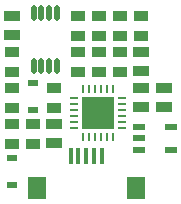
<source format=gtp>
G04 Layer_Color=8421504*
%FSAX24Y24*%
%MOIN*%
G70*
G01*
G75*
%ADD10R,0.0531X0.0374*%
%ADD11R,0.0512X0.0335*%
%ADD12R,0.0327X0.0248*%
%ADD13R,0.0413X0.0236*%
%ADD14R,0.0630X0.0748*%
%ADD15R,0.0157X0.0531*%
%ADD16R,0.1055X0.1055*%
%ADD17O,0.0315X0.0079*%
%ADD18O,0.0079X0.0315*%
%ADD19O,0.0190X0.0531*%
D10*
X207500Y130935D02*
D03*
Y131565D02*
D03*
X202450Y133350D02*
D03*
Y133980D02*
D03*
X203850Y129735D02*
D03*
Y130365D02*
D03*
X206750Y130935D02*
D03*
Y131565D02*
D03*
Y132765D02*
D03*
Y132135D02*
D03*
D11*
X202450Y131585D02*
D03*
Y130915D02*
D03*
X203850Y130915D02*
D03*
Y131585D02*
D03*
X202450Y129715D02*
D03*
Y130385D02*
D03*
X206050Y132115D02*
D03*
Y132785D02*
D03*
X204650Y133985D02*
D03*
Y133315D02*
D03*
Y132115D02*
D03*
Y132785D02*
D03*
X205350Y132115D02*
D03*
Y132785D02*
D03*
Y133985D02*
D03*
Y133315D02*
D03*
X206050Y133985D02*
D03*
Y133315D02*
D03*
X206750Y133985D02*
D03*
Y133315D02*
D03*
X202450Y132785D02*
D03*
Y132115D02*
D03*
X203150Y129715D02*
D03*
Y130385D02*
D03*
D12*
Y131739D02*
D03*
Y130861D02*
D03*
X202450Y129239D02*
D03*
Y128361D02*
D03*
D13*
X206659Y130274D02*
D03*
Y129900D02*
D03*
Y129526D02*
D03*
X207741D02*
D03*
Y130274D02*
D03*
D14*
X206565Y128247D02*
D03*
X203258D02*
D03*
D15*
X205424Y129300D02*
D03*
X205168D02*
D03*
X204912D02*
D03*
X204656D02*
D03*
X204400D02*
D03*
D16*
X205300Y130750D02*
D03*
D17*
X204493Y130258D02*
D03*
Y130455D02*
D03*
Y130652D02*
D03*
Y130848D02*
D03*
Y131045D02*
D03*
Y131242D02*
D03*
X206107D02*
D03*
Y131045D02*
D03*
Y130848D02*
D03*
Y130652D02*
D03*
Y130455D02*
D03*
Y130258D02*
D03*
D18*
X204808Y131557D02*
D03*
X205005D02*
D03*
X205202D02*
D03*
X205398D02*
D03*
X205595D02*
D03*
X205792D02*
D03*
Y129943D02*
D03*
X205595D02*
D03*
X205398D02*
D03*
X205202D02*
D03*
X205005D02*
D03*
X204808D02*
D03*
D19*
X203934Y134076D02*
D03*
X203678D02*
D03*
X203422D02*
D03*
X203166D02*
D03*
X203934Y132324D02*
D03*
X203678D02*
D03*
X203422D02*
D03*
X203166D02*
D03*
M02*

</source>
